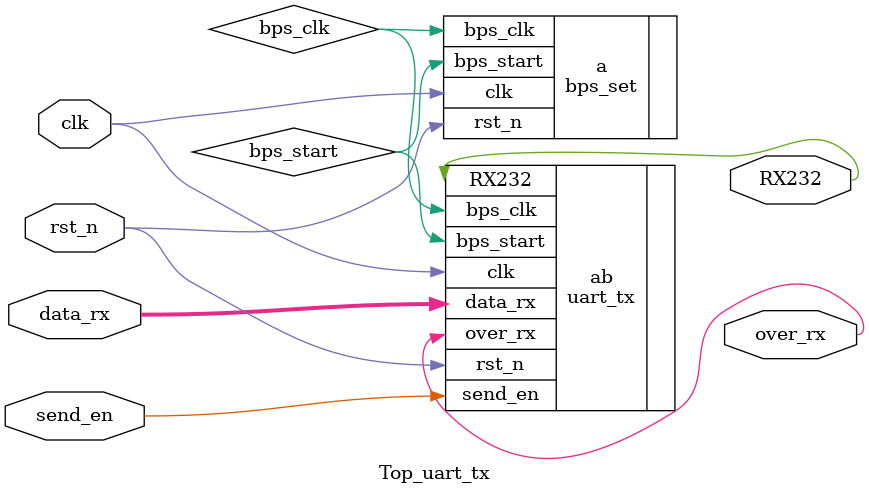
<source format=v>
`timescale 1ns / 1ps
module Top_uart_tx(
	input clk,
	input send_en,
	input rst_n,
	input[7:0]data_rx,
	
	output  RX232,
	output  over_rx    //结束后会有一个高电平
    );
	bps_set a (
    .clk(clk), 
    .rst_n(rst_n), 
    .bps_start(bps_start), 
    .bps_clk(bps_clk)
    );
	uart_tx ab (
    .clk(clk), 
    .bps_clk(bps_clk), 
    .send_en(send_en), 
    .rst_n(rst_n), 
    .data_rx(data_rx), 
    .RX232(RX232), 
    .over_rx(over_rx), 
    .bps_start(bps_start)
    );




endmodule

</source>
